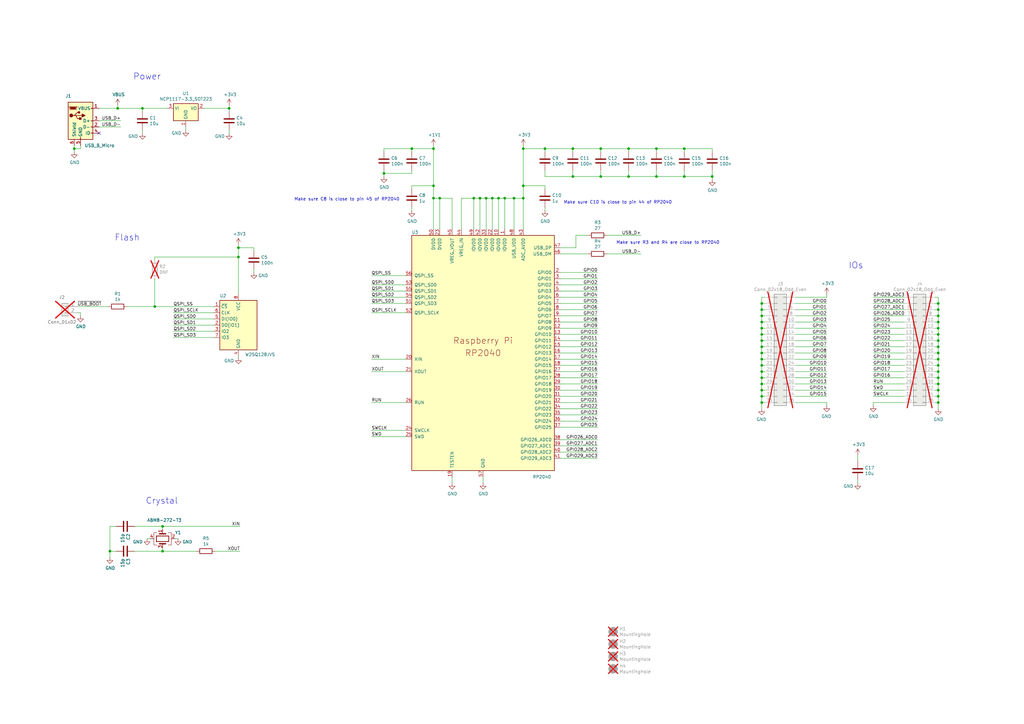
<source format=kicad_sch>
(kicad_sch (version 20231120) (generator "eeschema") (generator_version "8.0")
  (paper "A3")
  (title_block (title "RP2040 Minimal Design Example") (date "2024-01-16") (rev "REV2") (company "Raspberry Pi Ltd"))
  (lib_symbols
    (symbol "Connector:USB_B_Micro" (pin_names (offset 1.016))
      (property "Reference" "J" (at -5.08 11.43 0))
      (property "Value" "USB_B_Micro" (at -5.08 8.89 0))
      (symbol "USB_B_Micro_1_1"
        (pin power_out line (at 7.62 5.08 180) (length 2.54) (name "VBUS") (number "1"))
        (pin bidirectional line (at 7.62 -2.54 180) (length 2.54) (name "D-") (number "2"))
        (pin bidirectional line (at 7.62 0 180) (length 2.54) (name "D+") (number "3"))
        (pin passive line (at 7.62 -5.08 180) (length 2.54) (name "ID") (number "4"))
        (pin power_out line (at 0 -10.16 90) (length 2.54) (name "GND") (number "5"))
        (pin passive line (at -2.54 -10.16 90) (length 2.54) (name "Shield") (number "6"))
      )
    )
    (symbol "Connector_Generic:Conn_01x02" (pin_names (offset 1.016) hide)
      (property "Reference" "J" (at 0 2.54 0))
      (property "Value" "Conn_01x02" (at 0 -5.08 0))
      (symbol "Conn_01x02_1_1"
        (pin passive line (at -5.08 0 0) (length 3.81) (name "Pin_1") (number "1"))
        (pin passive line (at -5.08 -2.54 0) (length 3.81) (name "Pin_2") (number "2"))
      )
    )
    (symbol "Connector_Generic:Conn_02x18_Odd_Even" (pin_names (offset 1.016) hide)
      (property "Reference" "J" (at 1.27 22.86 0))
      (property "Value" "Conn_02x18_Odd_Even" (at 1.27 -25.4 0))
      (symbol "Conn_02x18_Odd_Even_1_1"
        (pin passive line (at -5.08 20.32 0) (length 3.81) (name "Pin_1") (number "1"))
        (pin passive line (at 7.62 10.16 180) (length 3.81) (name "Pin_10") (number "10"))
        (pin passive line (at -5.08 7.62 0) (length 3.81) (name "Pin_11") (number "11"))
        (pin passive line (at 7.62 7.62 180) (length 3.81) (name "Pin_12") (number "12"))
        (pin passive line (at -5.08 5.08 0) (length 3.81) (name "Pin_13") (number "13"))
        (pin passive line (at 7.62 5.08 180) (length 3.81) (name "Pin_14") (number "14"))
        (pin passive line (at -5.08 2.54 0) (length 3.81) (name "Pin_15") (number "15"))
        (pin passive line (at 7.62 2.54 180) (length 3.81) (name "Pin_16") (number "16"))
        (pin passive line (at -5.08 0 0) (length 3.81) (name "Pin_17") (number "17"))
        (pin passive line (at 7.62 0 180) (length 3.81) (name "Pin_18") (number "18"))
        (pin passive line (at -5.08 -2.54 0) (length 3.81) (name "Pin_19") (number "19"))
        (pin passive line (at 7.62 20.32 180) (length 3.81) (name "Pin_2") (number "2"))
        (pin passive line (at 7.62 -2.54 180) (length 3.81) (name "Pin_20") (number "20"))
        (pin passive line (at -5.08 -5.08 0) (length 3.81) (name "Pin_21") (number "21"))
        (pin passive line (at 7.62 -5.08 180) (length 3.81) (name "Pin_22") (number "22"))
        (pin passive line (at -5.08 -7.62 0) (length 3.81) (name "Pin_23") (number "23"))
        (pin passive line (at 7.62 -7.62 180) (length 3.81) (name "Pin_24") (number "24"))
        (pin passive line (at -5.08 -10.16 0) (length 3.81) (name "Pin_25") (number "25"))
        (pin passive line (at 7.62 -10.16 180) (length 3.81) (name "Pin_26") (number "26"))
        (pin passive line (at -5.08 -12.7 0) (length 3.81) (name "Pin_27") (number "27"))
        (pin passive line (at 7.62 -12.7 180) (length 3.81) (name "Pin_28") (number "28"))
        (pin passive line (at -5.08 -15.24 0) (length 3.81) (name "Pin_29") (number "29"))
        (pin passive line (at -5.08 17.78 0) (length 3.81) (name "Pin_3") (number "3"))
        (pin passive line (at 7.62 -15.24 180) (length 3.81) (name "Pin_30") (number "30"))
        (pin passive line (at -5.08 -17.78 0) (length 3.81) (name "Pin_31") (number "31"))
        (pin passive line (at 7.62 -17.78 180) (length 3.81) (name "Pin_32") (number "32"))
        (pin passive line (at -5.08 -20.32 0) (length 3.81) (name "Pin_33") (number "33"))
        (pin passive line (at 7.62 -20.32 180) (length 3.81) (name "Pin_34") (number "34"))
        (pin passive line (at -5.08 -22.86 0) (length 3.81) (name "Pin_35") (number "35"))
        (pin passive line (at 7.62 -22.86 180) (length 3.81) (name "Pin_36") (number "36"))
        (pin passive line (at 7.62 17.78 180) (length 3.81) (name "Pin_4") (number "4"))
        (pin passive line (at -5.08 15.24 0) (length 3.81) (name "Pin_5") (number "5"))
        (pin passive line (at 7.62 15.24 180) (length 3.81) (name "Pin_6") (number "6"))
        (pin passive line (at -5.08 12.7 0) (length 3.81) (name "Pin_7") (number "7"))
        (pin passive line (at 7.62 12.7 180) (length 3.81) (name "Pin_8") (number "8"))
        (pin passive line (at -5.08 10.16 0) (length 3.81) (name "Pin_9") (number "9"))
      )
    )
    (symbol "Device:C" (pin_numbers hide) (pin_names (offset 0.254))
      (property "Reference" "C" (at 0.635 2.54 0))
      (property "Value" "C" (at 0.635 -2.54 0))
      (symbol "C_1_1"
        (pin passive line (at 0 3.81 270) (length 2.794) (name "~") (number "1"))
        (pin passive line (at 0 -3.81 90) (length 2.794) (name "~") (number "2"))
      )
    )
    (symbol "Device:Crystal_GND24" (pin_names (offset 1.016) hide)
      (property "Reference" "Y" (at 3.175 5.08 0))
      (property "Value" "Crystal_GND24" (at 3.175 3.175 0))
      (symbol "Crystal_GND24_1_1"
        (pin passive line (at -3.81 0 0) (length 1.27) (name "1") (number "1"))
        (pin passive line (at 0 5.08 270) (length 1.27) (name "2") (number "2"))
        (pin passive line (at 3.81 0 180) (length 1.27) (name "3") (number "3"))
        (pin passive line (at 0 -5.08 90) (length 1.27) (name "4") (number "4"))
      )
    )
    (symbol "Device:R" (pin_numbers hide) (pin_names (offset 0))
      (property "Reference" "R" (at 2.032 0 90))
      (property "Value" "R" (at 0 0 90))
      (symbol "R_1_1"
        (pin passive line (at 0 3.81 270) (length 1.27) (name "~") (number "1"))
        (pin passive line (at 0 -3.81 90) (length 1.27) (name "~") (number "2"))
      )
    )
    (symbol "MCU_RaspberryPi_RP2040:RP2040" (pin_names (offset 1.016))
      (property "Reference" "U" (at -29.21 49.53 0))
      (property "Value" "RP2040" (at 24.13 -49.53 0))
      (symbol "RP2040_0_0"
        (text "Raspberry Pi" (at 0 5.08 0) (effects (font (size 2.54 2.54))))
        (text "RP2040" (at 0 0 0) (effects (font (size 2.54 2.54))))
      )
      (symbol "RP2040_1_1"
        (pin power_in line (at 8.89 50.8 270) (length 2.54) (name "IOVDD") (number "1"))
        (pin power_in line (at 6.35 50.8 270) (length 2.54) (name "IOVDD") (number "10"))
        (pin bidirectional line (at 31.75 12.7 180) (length 2.54) (name "GPIO8") (number "11"))
        (pin bidirectional line (at 31.75 10.16 180) (length 2.54) (name "GPIO9") (number "12"))
        (pin bidirectional line (at 31.75 7.62 180) (length 2.54) (name "GPIO10") (number "13"))
        (pin bidirectional line (at 31.75 5.08 180) (length 2.54) (name "GPIO11") (number "14"))
        (pin bidirectional line (at 31.75 2.54 180) (length 2.54) (name "GPIO12") (number "15"))
        (pin bidirectional line (at 31.75 0 180) (length 2.54) (name "GPIO13") (number "16"))
        (pin bidirectional line (at 31.75 -2.54 180) (length 2.54) (name "GPIO14") (number "17"))
        (pin bidirectional line (at 31.75 -5.08 180) (length 2.54) (name "GPIO15") (number "18"))
        (pin passive line (at -12.7 -50.8 90) (length 2.54) (name "TESTEN") (number "19"))
        (pin bidirectional line (at 31.75 33.02 180) (length 2.54) (name "GPIO0") (number "2"))
        (pin input line (at -31.75 -2.54 0) (length 2.54) (name "XIN") (number "20"))
        (pin passive line (at -31.75 -7.62 0) (length 2.54) (name "XOUT") (number "21"))
        (pin power_in line (at 3.81 50.8 270) (length 2.54) (name "IOVDD") (number "22"))
        (pin power_in line (at -17.78 50.8 270) (length 2.54) (name "DVDD") (number "23"))
        (pin output line (at -31.75 -31.75 0) (length 2.54) (name "SWCLK") (number "24"))
        (pin bidirectional line (at -31.75 -34.29 0) (length 2.54) (name "SWD") (number "25"))
        (pin input line (at -31.75 -20.32 0) (length 2.54) (name "RUN") (number "26"))
        (pin bidirectional line (at 31.75 -7.62 180) (length 2.54) (name "GPIO16") (number "27"))
        (pin bidirectional line (at 31.75 -10.16 180) (length 2.54) (name "GPIO17") (number "28"))
        (pin bidirectional line (at 31.75 -12.7 180) (length 2.54) (name "GPIO18") (number "29"))
        (pin bidirectional line (at 31.75 30.48 180) (length 2.54) (name "GPIO1") (number "3"))
        (pin bidirectional line (at 31.75 -15.24 180) (length 2.54) (name "GPIO19") (number "30"))
        (pin bidirectional line (at 31.75 -17.78 180) (length 2.54) (name "GPIO20") (number "31"))
        (pin bidirectional line (at 31.75 -20.32 180) (length 2.54) (name "GPIO21") (number "32"))
        (pin power_in line (at 1.27 50.8 270) (length 2.54) (name "IOVDD") (number "33"))
        (pin bidirectional line (at 31.75 -22.86 180) (length 2.54) (name "GPIO22") (number "34"))
        (pin bidirectional line (at 31.75 -25.4 180) (length 2.54) (name "GPIO23") (number "35"))
        (pin bidirectional line (at 31.75 -27.94 180) (length 2.54) (name "GPIO24") (number "36"))
        (pin bidirectional line (at 31.75 -30.48 180) (length 2.54) (name "GPIO25") (number "37"))
        (pin bidirectional line (at 31.75 -35.56 180) (length 2.54) (name "GPIO26_ADC0") (number "38"))
        (pin bidirectional line (at 31.75 -38.1 180) (length 2.54) (name "GPIO27_ADC1") (number "39"))
        (pin bidirectional line (at 31.75 27.94 180) (length 2.54) (name "GPIO2") (number "4"))
        (pin bidirectional line (at 31.75 -40.64 180) (length 2.54) (name "GPIO28_ADC2") (number "40"))
        (pin bidirectional line (at 31.75 -43.18 180) (length 2.54) (name "GPIO29_ADC3") (number "41"))
        (pin power_in line (at -1.27 50.8 270) (length 2.54) (name "IOVDD") (number "42"))
        (pin power_in line (at 16.51 50.8 270) (length 2.54) (name "ADC_AVDD") (number "43"))
        (pin power_in line (at -8.89 50.8 270) (length 2.54) (name "VREG_IN") (number "44"))
        (pin power_out line (at -12.7 50.8 270) (length 2.54) (name "VREG_VOUT") (number "45"))
        (pin bidirectional line (at 31.75 40.64 180) (length 2.54) (name "USB_DM") (number "46"))
        (pin bidirectional line (at 31.75 43.18 180) (length 2.54) (name "USB_DP") (number "47"))
        (pin power_in line (at 12.7 50.8 270) (length 2.54) (name "USB_VDD") (number "48"))
        (pin power_in line (at -3.81 50.8 270) (length 2.54) (name "IOVDD") (number "49"))
        (pin bidirectional line (at 31.75 25.4 180) (length 2.54) (name "GPIO3") (number "5"))
        (pin power_in line (at -20.32 50.8 270) (length 2.54) (name "DVDD") (number "50"))
        (pin bidirectional line (at -31.75 20.32 0) (length 2.54) (name "QSPI_SD3") (number "51"))
        (pin output line (at -31.75 16.51 0) (length 2.54) (name "QSPI_SCLK") (number "52"))
        (pin bidirectional line (at -31.75 27.94 0) (length 2.54) (name "QSPI_SD0") (number "53"))
        (pin bidirectional line (at -31.75 22.86 0) (length 2.54) (name "QSPI_SD2") (number "54"))
        (pin bidirectional line (at -31.75 25.4 0) (length 2.54) (name "QSPI_SD1") (number "55"))
        (pin bidirectional line (at -31.75 31.75 0) (length 2.54) (name "QSPI_SS") (number "56"))
        (pin power_in line (at 0 -50.8 90) (length 2.54) (name "GND") (number "57"))
        (pin bidirectional line (at 31.75 22.86 180) (length 2.54) (name "GPIO4") (number "6"))
        (pin bidirectional line (at 31.75 20.32 180) (length 2.54) (name "GPIO5") (number "7"))
        (pin bidirectional line (at 31.75 17.78 180) (length 2.54) (name "GPIO6") (number "8"))
        (pin bidirectional line (at 31.75 15.24 180) (length 2.54) (name "GPIO7") (number "9"))
      )
    )
    (symbol "Mechanical:MountingHole" (pin_names (offset 1.016))
      (property "Reference" "H" (at 0 5.08 0))
      (property "Value" "MountingHole" (at 0 3.175 0))
    )
    (symbol "Memory_Flash:W25Q128JVS"
      (property "Reference" "U" (at -8.89 8.89 0))
      (property "Value" "W25Q128JVS" (at 7.62 8.89 0))
      (symbol "W25Q128JVS_1_1"
        (pin input line (at -10.16 7.62 0) (length 2.54) (name "~{CS}") (number "1"))
        (pin bidirectional line (at -10.16 0 0) (length 2.54) (name "DO(IO1)") (number "2"))
        (pin bidirectional line (at -10.16 -2.54 0) (length 2.54) (name "IO2") (number "3"))
        (pin power_in line (at 0 -12.7 90) (length 2.54) (name "GND") (number "4"))
        (pin bidirectional line (at -10.16 2.54 0) (length 2.54) (name "DI(IO0)") (number "5"))
        (pin input line (at -10.16 5.08 0) (length 2.54) (name "CLK") (number "6"))
        (pin bidirectional line (at -10.16 -5.08 0) (length 2.54) (name "IO3") (number "7"))
        (pin power_in line (at 0 12.7 270) (length 2.54) (name "VCC") (number "8"))
      )
    )
    (symbol "Regulator_Linear:NCP1117-3.3_SOT223"
      (property "Reference" "U" (at -3.81 3.175 0))
      (property "Value" "NCP1117-3.3_SOT223" (at 0 3.175 0))
      (symbol "NCP1117-3.3_SOT223_1_1"
        (pin power_in line (at 0 -7.62 90) (length 2.54) (name "GND") (number "1"))
        (pin power_out line (at 7.62 0 180) (length 2.54) (name "VO") (number "2"))
        (pin power_in line (at -7.62 0 0) (length 2.54) (name "VI") (number "3"))
      )
    )
    (symbol "power:+1V1" (power) (pin_names (offset 0))
      (property "Value" "+1V1" (at 0 3.556 0))
      (symbol "+1V1_1_1"
        (pin power_in line (at 0 0 90) (length 0) hide (name "+1V1") (number "1"))
      )
    )
    (symbol "power:+3V3" (power) (pin_names (offset 0))
      (property "Value" "+3V3" (at 0 3.556 0))
      (symbol "+3V3_1_1"
        (pin power_in line (at 0 0 90) (length 0) hide (name "+3V3") (number "1"))
      )
    )
    (symbol "power:GND" (power) (pin_names (offset 0))
      (property "Value" "GND" (at 0 -3.81 0))
      (symbol "GND_1_1"
        (pin power_in line (at 0 0 270) (length 0) hide (name "GND") (number "1"))
      )
    )
    (symbol "power:VBUS" (power) (pin_names (offset 0))
      (property "Value" "VBUS" (at 0 3.81 0))
      (symbol "VBUS_1_1"
        (pin power_in line (at 0 0 90) (length 0) hide (name "VBUS") (number "1"))
      )
    )
  )
  (junction (at 201.93 81.28))
  (junction (at 384.81 129.54))
  (junction (at 199.39 81.28))
  (junction (at 312.42 132.08))
  (junction (at 384.81 165.1))
  (junction (at 384.81 132.08))
  (junction (at 97.79 105.41))
  (junction (at 177.8 76.2))
  (junction (at 214.63 76.2))
  (junction (at 168.91 60.96))
  (junction (at 384.81 147.32))
  (junction (at 45.085 226.06))
  (junction (at 223.52 60.96))
  (junction (at 312.42 147.32))
  (junction (at 312.42 124.46))
  (junction (at 246.38 72.39))
  (junction (at 384.81 157.48))
  (junction (at 312.42 162.56))
  (junction (at 257.81 60.96))
  (junction (at 66.675 215.9))
  (junction (at 246.38 60.96))
  (junction (at 177.8 81.28))
  (junction (at 180.34 81.28))
  (junction (at 204.47 81.28))
  (junction (at 384.81 137.16))
  (junction (at 157.48 71.12))
  (junction (at 93.98 44.45))
  (junction (at 384.81 142.24))
  (junction (at 280.67 60.96))
  (junction (at 312.42 157.48))
  (junction (at 384.81 154.94))
  (junction (at 312.42 127))
  (junction (at 292.1 72.39))
  (junction (at 66.675 226.06))
  (junction (at 384.81 127))
  (junction (at 312.42 134.62))
  (junction (at 48.26 44.45))
  (junction (at 257.81 72.39))
  (junction (at 384.81 162.56))
  (junction (at 97.79 101.6))
  (junction (at 312.42 144.78))
  (junction (at 312.42 139.7))
  (junction (at 30.48 60.96))
  (junction (at 177.8 60.96))
  (junction (at 384.81 134.62))
  (junction (at 234.95 72.39))
  (junction (at 269.24 72.39))
  (junction (at 312.42 142.24))
  (junction (at 384.81 149.86))
  (junction (at 312.42 160.02))
  (junction (at 58.42 44.45))
  (junction (at 384.81 139.7))
  (junction (at 384.81 124.46))
  (junction (at 312.42 154.94))
  (junction (at 207.01 81.28))
  (junction (at 214.63 81.28))
  (junction (at 312.42 137.16))
  (junction (at 63.5 125.73))
  (junction (at 312.42 165.1))
  (junction (at 312.42 152.4))
  (junction (at 312.42 149.86))
  (junction (at 384.81 152.4))
  (junction (at 384.81 144.78))
  (junction (at 196.85 81.28))
  (junction (at 214.63 60.96))
  (junction (at 384.81 160.02))
  (junction (at 194.31 81.28))
  (junction (at 269.24 60.96))
  (junction (at 280.67 72.39))
  (junction (at 312.42 129.54))
  (junction (at 210.82 81.28))
  (junction (at 234.95 60.96))
  (no_connect (at 40.64 54.61))
  (wire (pts (xy 177.8 81.28) (xy 177.8 93.98)))
  (wire (pts (xy 229.87 137.16) (xy 245.11 137.16)))
  (wire (pts (xy 157.48 71.12) (xy 168.91 71.12)))
  (wire (pts (xy 236.22 96.52) (xy 236.22 101.6)))
  (wire (pts (xy 384.81 147.32) (xy 384.81 149.86)))
  (wire (pts (xy 48.26 44.45) (xy 58.42 44.45)))
  (wire (pts (xy 370.84 134.62) (xy 358.14 134.62)))
  (wire (pts (xy 246.38 60.96) (xy 257.81 60.96)))
  (wire (pts (xy 207.01 81.28) (xy 210.82 81.28)))
  (wire (pts (xy 339.09 142.24) (xy 326.39 142.24)))
  (wire (pts (xy 312.42 154.94) (xy 312.42 157.48)))
  (wire (pts (xy 351.79 196.85) (xy 351.79 198.12)))
  (wire (pts (xy 87.63 138.43) (xy 71.12 138.43)))
  (wire (pts (xy 246.38 62.23) (xy 246.38 60.96)))
  (wire (pts (xy 177.8 59.69) (xy 177.8 60.96)))
  (wire (pts (xy 229.87 149.86) (xy 245.11 149.86)))
  (wire (pts (xy 384.81 132.08) (xy 384.81 134.62)))
  (wire (pts (xy 370.84 142.24) (xy 358.14 142.24)))
  (wire (pts (xy 97.79 101.6) (xy 97.79 105.41)))
  (wire (pts (xy 58.42 53.34) (xy 58.42 54.61)))
  (wire (pts (xy 229.87 175.26) (xy 245.11 175.26)))
  (wire (pts (xy 194.31 81.28) (xy 196.85 81.28)))
  (wire (pts (xy 229.87 170.18) (xy 245.11 170.18)))
  (wire (pts (xy 48.26 43.18) (xy 48.26 44.45)))
  (wire (pts (xy 229.87 104.14) (xy 241.3 104.14)))
  (wire (pts (xy 339.09 166.37) (xy 339.09 165.1)))
  (wire (pts (xy 229.87 111.76) (xy 245.11 111.76)))
  (wire (pts (xy 71.12 128.27) (xy 87.63 128.27)))
  (wire (pts (xy 97.79 100.33) (xy 97.79 101.6)))
  (wire (pts (xy 248.92 96.52) (xy 262.89 96.52)))
  (wire (pts (xy 313.69 165.1) (xy 312.42 165.1)))
  (wire (pts (xy 185.42 93.98) (xy 185.42 81.28)))
  (wire (pts (xy 384.81 154.94) (xy 384.81 157.48)))
  (wire (pts (xy 313.69 121.92) (xy 312.42 121.92)))
  (wire (pts (xy 339.09 165.1) (xy 326.39 165.1)))
  (wire (pts (xy 384.81 124.46) (xy 384.81 127)))
  (wire (pts (xy 246.38 69.85) (xy 246.38 72.39)))
  (wire (pts (xy 229.87 116.84) (xy 245.11 116.84)))
  (wire (pts (xy 58.42 45.72) (xy 58.42 44.45)))
  (wire (pts (xy 177.8 76.2) (xy 177.8 81.28)))
  (wire (pts (xy 384.81 129.54) (xy 384.81 132.08)))
  (wire (pts (xy 60.325 220.98) (xy 61.595 220.98)))
  (wire (pts (xy 189.23 81.28) (xy 194.31 81.28)))
  (wire (pts (xy 157.48 60.96) (xy 168.91 60.96)))
  (wire (pts (xy 339.09 139.7) (xy 326.39 139.7)))
  (wire (pts (xy 229.87 185.42) (xy 245.11 185.42)))
  (wire (pts (xy 63.5 114.3) (xy 63.5 125.73)))
  (wire (pts (xy 384.81 160.02) (xy 384.81 162.56)))
  (wire (pts (xy 312.42 157.48) (xy 312.42 160.02)))
  (wire (pts (xy 157.48 69.85) (xy 157.48 71.12)))
  (wire (pts (xy 312.42 129.54) (xy 312.42 132.08)))
  (wire (pts (xy 313.69 147.32) (xy 312.42 147.32)))
  (wire (pts (xy 71.755 220.98) (xy 73.025 220.98)))
  (wire (pts (xy 313.69 144.78) (xy 312.42 144.78)))
  (wire (pts (xy 152.4 124.46) (xy 166.37 124.46)))
  (wire (pts (xy 339.09 160.02) (xy 326.39 160.02)))
  (wire (pts (xy 383.54 129.54) (xy 384.81 129.54)))
  (wire (pts (xy 55.245 215.9) (xy 66.675 215.9)))
  (wire (pts (xy 339.09 152.4) (xy 326.39 152.4)))
  (wire (pts (xy 383.54 127) (xy 384.81 127)))
  (wire (pts (xy 93.98 45.72) (xy 93.98 44.45)))
  (wire (pts (xy 214.63 81.28) (xy 214.63 93.98)))
  (wire (pts (xy 168.91 60.96) (xy 177.8 60.96)))
  (wire (pts (xy 44.45 125.73) (xy 31.75 125.73)))
  (wire (pts (xy 370.84 129.54) (xy 358.14 129.54)))
  (wire (pts (xy 214.63 76.2) (xy 223.52 76.2)))
  (wire (pts (xy 97.79 146.685) (xy 97.79 146.05)))
  (wire (pts (xy 199.39 93.98) (xy 199.39 81.28)))
  (wire (pts (xy 40.64 49.53) (xy 49.53 49.53)))
  (wire (pts (xy 339.09 149.86) (xy 326.39 149.86)))
  (wire (pts (xy 177.8 60.96) (xy 177.8 76.2)))
  (wire (pts (xy 210.82 81.28) (xy 214.63 81.28)))
  (wire (pts (xy 152.4 119.38) (xy 166.37 119.38)))
  (wire (pts (xy 166.37 165.1) (xy 152.4 165.1)))
  (wire (pts (xy 269.24 62.23) (xy 269.24 60.96)))
  (wire (pts (xy 370.84 124.46) (xy 358.14 124.46)))
  (wire (pts (xy 196.85 81.28) (xy 199.39 81.28)))
  (wire (pts (xy 87.63 133.35) (xy 71.12 133.35)))
  (wire (pts (xy 339.09 132.08) (xy 326.39 132.08)))
  (wire (pts (xy 384.81 142.24) (xy 384.81 144.78)))
  (wire (pts (xy 339.09 127) (xy 326.39 127)))
  (wire (pts (xy 383.54 162.56) (xy 384.81 162.56)))
  (wire (pts (xy 223.52 62.23) (xy 223.52 60.96)))
  (wire (pts (xy 313.69 132.08) (xy 312.42 132.08)))
  (wire (pts (xy 312.42 134.62) (xy 312.42 137.16)))
  (wire (pts (xy 214.63 60.96) (xy 223.52 60.96)))
  (wire (pts (xy 104.14 101.6) (xy 97.79 101.6)))
  (wire (pts (xy 207.01 81.28) (xy 207.01 93.98)))
  (wire (pts (xy 196.85 93.98) (xy 196.85 81.28)))
  (wire (pts (xy 383.54 147.32) (xy 384.81 147.32)))
  (wire (pts (xy 33.02 59.69) (xy 33.02 60.96)))
  (wire (pts (xy 66.675 224.79) (xy 66.675 226.06)))
  (wire (pts (xy 45.085 226.06) (xy 45.085 228.6)))
  (wire (pts (xy 229.87 101.6) (xy 236.22 101.6)))
  (wire (pts (xy 384.81 144.78) (xy 384.81 147.32)))
  (wire (pts (xy 383.54 134.62) (xy 384.81 134.62)))
  (wire (pts (xy 214.63 60.96) (xy 214.63 76.2)))
  (wire (pts (xy 383.54 139.7) (xy 384.81 139.7)))
  (wire (pts (xy 76.2 52.07) (xy 76.2 53.34)))
  (wire (pts (xy 166.37 152.4) (xy 152.4 152.4)))
  (wire (pts (xy 166.37 113.03) (xy 152.4 113.03)))
  (wire (pts (xy 312.42 152.4) (xy 312.42 154.94)))
  (wire (pts (xy 269.24 60.96) (xy 280.67 60.96)))
  (wire (pts (xy 292.1 69.85) (xy 292.1 72.39)))
  (wire (pts (xy 88.265 226.06) (xy 98.425 226.06)))
  (wire (pts (xy 83.82 44.45) (xy 93.98 44.45)))
  (wire (pts (xy 229.87 147.32) (xy 245.11 147.32)))
  (wire (pts (xy 313.69 127) (xy 312.42 127)))
  (wire (pts (xy 370.84 152.4) (xy 358.14 152.4)))
  (wire (pts (xy 229.87 127) (xy 245.11 127)))
  (wire (pts (xy 168.91 71.12) (xy 168.91 69.85)))
  (wire (pts (xy 313.69 157.48) (xy 312.42 157.48)))
  (wire (pts (xy 234.95 62.23) (xy 234.95 60.96)))
  (wire (pts (xy 234.95 72.39) (xy 223.52 72.39)))
  (wire (pts (xy 229.87 180.34) (xy 245.11 180.34)))
  (wire (pts (xy 214.63 76.2) (xy 214.63 81.28)))
  (wire (pts (xy 384.81 152.4) (xy 384.81 154.94)))
  (wire (pts (xy 214.63 59.69) (xy 214.63 60.96)))
  (wire (pts (xy 384.81 127) (xy 384.81 129.54)))
  (wire (pts (xy 229.87 129.54) (xy 245.11 129.54)))
  (wire (pts (xy 168.91 77.47) (xy 168.91 76.2)))
  (wire (pts (xy 87.63 135.89) (xy 71.12 135.89)))
  (wire (pts (xy 31.75 128.27) (xy 33.02 128.27)))
  (wire (pts (xy 234.95 60.96) (xy 246.38 60.96)))
  (wire (pts (xy 312.42 121.92) (xy 312.42 124.46)))
  (wire (pts (xy 370.84 149.86) (xy 358.14 149.86)))
  (wire (pts (xy 52.07 125.73) (xy 63.5 125.73)))
  (wire (pts (xy 313.69 139.7) (xy 312.42 139.7)))
  (wire (pts (xy 312.42 165.1) (xy 312.42 167.64)))
  (wire (pts (xy 383.54 165.1) (xy 384.81 165.1)))
  (wire (pts (xy 30.48 59.69) (xy 30.48 60.96)))
  (wire (pts (xy 312.42 162.56) (xy 312.42 165.1)))
  (wire (pts (xy 229.87 187.96) (xy 245.11 187.96)))
  (wire (pts (xy 383.54 121.92) (xy 384.81 121.92)))
  (wire (pts (xy 358.14 165.1) (xy 370.84 165.1)))
  (wire (pts (xy 312.42 139.7) (xy 312.42 142.24)))
  (wire (pts (xy 312.42 124.46) (xy 312.42 127)))
  (wire (pts (xy 312.42 144.78) (xy 312.42 147.32)))
  (wire (pts (xy 234.95 69.85) (xy 234.95 72.39)))
  (wire (pts (xy 312.42 160.02) (xy 312.42 162.56)))
  (wire (pts (xy 180.34 93.98) (xy 180.34 81.28)))
  (wire (pts (xy 384.81 139.7) (xy 384.81 142.24)))
  (wire (pts (xy 280.67 72.39) (xy 292.1 72.39)))
  (wire (pts (xy 312.42 137.16) (xy 312.42 139.7)))
  (wire (pts (xy 33.02 60.96) (xy 30.48 60.96)))
  (wire (pts (xy 370.84 157.48) (xy 358.14 157.48)))
  (wire (pts (xy 339.09 137.16) (xy 326.39 137.16)))
  (wire (pts (xy 68.58 44.45) (xy 58.42 44.45)))
  (wire (pts (xy 269.24 69.85) (xy 269.24 72.39)))
  (wire (pts (xy 383.54 154.94) (xy 384.81 154.94)))
  (wire (pts (xy 383.54 152.4) (xy 384.81 152.4)))
  (wire (pts (xy 223.52 60.96) (xy 234.95 60.96)))
  (wire (pts (xy 223.52 85.09) (xy 223.52 86.36)))
  (wire (pts (xy 383.54 157.48) (xy 384.81 157.48)))
  (wire (pts (xy 229.87 132.08) (xy 245.11 132.08)))
  (wire (pts (xy 313.69 152.4) (xy 312.42 152.4)))
  (wire (pts (xy 204.47 93.98) (xy 204.47 81.28)))
  (wire (pts (xy 313.69 160.02) (xy 312.42 160.02)))
  (wire (pts (xy 55.245 226.06) (xy 66.675 226.06)))
  (wire (pts (xy 313.69 129.54) (xy 312.42 129.54)))
  (wire (pts (xy 47.625 226.06) (xy 45.085 226.06)))
  (wire (pts (xy 339.09 162.56) (xy 326.39 162.56)))
  (wire (pts (xy 66.675 226.06) (xy 80.645 226.06)))
  (wire (pts (xy 313.69 162.56) (xy 312.42 162.56)))
  (wire (pts (xy 229.87 119.38) (xy 245.11 119.38)))
  (wire (pts (xy 292.1 62.23) (xy 292.1 60.96)))
  (wire (pts (xy 166.37 179.07) (xy 152.4 179.07)))
  (wire (pts (xy 199.39 81.28) (xy 201.93 81.28)))
  (wire (pts (xy 312.42 142.24) (xy 312.42 144.78)))
  (wire (pts (xy 292.1 72.39) (xy 292.1 73.66)))
  (wire (pts (xy 383.54 137.16) (xy 384.81 137.16)))
  (wire (pts (xy 351.79 186.69) (xy 351.79 189.23)))
  (wire (pts (xy 229.87 157.48) (xy 245.11 157.48)))
  (wire (pts (xy 313.69 142.24) (xy 312.42 142.24)))
  (wire (pts (xy 384.81 121.92) (xy 384.81 124.46)))
  (wire (pts (xy 166.37 128.27) (xy 152.4 128.27)))
  (wire (pts (xy 313.69 149.86) (xy 312.42 149.86)))
  (wire (pts (xy 198.12 195.58) (xy 198.12 198.12)))
  (wire (pts (xy 339.09 121.92) (xy 339.09 120.65)))
  (wire (pts (xy 168.91 76.2) (xy 177.8 76.2)))
  (wire (pts (xy 229.87 154.94) (xy 245.11 154.94)))
  (wire (pts (xy 87.63 130.81) (xy 71.12 130.81)))
  (wire (pts (xy 246.38 72.39) (xy 234.95 72.39)))
  (wire (pts (xy 370.84 132.08) (xy 358.14 132.08)))
  (wire (pts (xy 223.52 69.85) (xy 223.52 72.39)))
  (wire (pts (xy 370.84 137.16) (xy 358.14 137.16)))
  (wire (pts (xy 339.09 144.78) (xy 326.39 144.78)))
  (wire (pts (xy 384.81 157.48) (xy 384.81 160.02)))
  (wire (pts (xy 370.84 160.02) (xy 358.14 160.02)))
  (wire (pts (xy 339.09 129.54) (xy 326.39 129.54)))
  (wire (pts (xy 185.42 195.58) (xy 185.42 198.12)))
  (wire (pts (xy 229.87 160.02) (xy 245.11 160.02)))
  (wire (pts (xy 47.625 215.9) (xy 45.085 215.9)))
  (wire (pts (xy 229.87 139.7) (xy 245.11 139.7)))
  (wire (pts (xy 370.84 162.56) (xy 358.14 162.56)))
  (wire (pts (xy 229.87 165.1) (xy 245.11 165.1)))
  (wire (pts (xy 313.69 134.62) (xy 312.42 134.62)))
  (wire (pts (xy 180.34 81.28) (xy 177.8 81.28)))
  (wire (pts (xy 248.92 104.14) (xy 262.89 104.14)))
  (wire (pts (xy 383.54 144.78) (xy 384.81 144.78)))
  (wire (pts (xy 383.54 132.08) (xy 384.81 132.08)))
  (wire (pts (xy 229.87 144.78) (xy 245.11 144.78)))
  (wire (pts (xy 280.67 72.39) (xy 269.24 72.39)))
  (wire (pts (xy 45.085 215.9) (xy 45.085 226.06)))
  (wire (pts (xy 312.42 147.32) (xy 312.42 149.86)))
  (wire (pts (xy 312.42 132.08) (xy 312.42 134.62)))
  (wire (pts (xy 312.42 127) (xy 312.42 129.54)))
  (wire (pts (xy 66.675 217.17) (xy 66.675 215.9)))
  (wire (pts (xy 152.4 116.84) (xy 166.37 116.84)))
  (wire (pts (xy 358.14 166.37) (xy 358.14 165.1)))
  (wire (pts (xy 201.93 81.28) (xy 204.47 81.28)))
  (wire (pts (xy 229.87 134.62) (xy 245.11 134.62)))
  (wire (pts (xy 383.54 142.24) (xy 384.81 142.24)))
  (wire (pts (xy 229.87 152.4) (xy 245.11 152.4)))
  (wire (pts (xy 339.09 147.32) (xy 326.39 147.32)))
  (wire (pts (xy 157.48 62.23) (xy 157.48 60.96)))
  (wire (pts (xy 384.81 137.16) (xy 384.81 139.7)))
  (wire (pts (xy 236.22 96.52) (xy 241.3 96.52)))
  (wire (pts (xy 104.14 110.49) (xy 104.14 111.76)))
  (wire (pts (xy 157.48 71.12) (xy 157.48 72.39)))
  (wire (pts (xy 280.67 69.85) (xy 280.67 72.39)))
  (wire (pts (xy 152.4 147.32) (xy 166.37 147.32)))
  (wire (pts (xy 229.87 142.24) (xy 245.11 142.24)))
  (wire (pts (xy 339.09 157.48) (xy 326.39 157.48)))
  (wire (pts (xy 257.81 60.96) (xy 269.24 60.96)))
  (wire (pts (xy 383.54 124.46) (xy 384.81 124.46)))
  (wire (pts (xy 313.69 154.94) (xy 312.42 154.94)))
  (wire (pts (xy 370.84 121.92) (xy 358.14 121.92)))
  (wire (pts (xy 339.09 124.46) (xy 326.39 124.46)))
  (wire (pts (xy 223.52 77.47) (xy 223.52 76.2)))
  (wire (pts (xy 370.84 139.7) (xy 358.14 139.7)))
  (wire (pts (xy 339.09 134.62) (xy 326.39 134.62)))
  (wire (pts (xy 152.4 121.92) (xy 166.37 121.92)))
  (wire (pts (xy 384.81 149.86) (xy 384.81 152.4)))
  (wire (pts (xy 229.87 124.46) (xy 245.11 124.46)))
  (wire (pts (xy 312.42 149.86) (xy 312.42 152.4)))
  (wire (pts (xy 229.87 167.64) (xy 245.11 167.64)))
  (wire (pts (xy 229.87 114.3) (xy 245.11 114.3)))
  (wire (pts (xy 257.81 72.39) (xy 246.38 72.39)))
  (wire (pts (xy 313.69 137.16) (xy 312.42 137.16)))
  (wire (pts (xy 104.14 102.87) (xy 104.14 101.6)))
  (wire (pts (xy 269.24 72.39) (xy 257.81 72.39)))
  (wire (pts (xy 370.84 147.32) (xy 358.14 147.32)))
  (wire (pts (xy 204.47 81.28) (xy 207.01 81.28)))
  (wire (pts (xy 63.5 125.73) (xy 87.63 125.73)))
  (wire (pts (xy 194.31 93.98) (xy 194.31 81.28)))
  (wire (pts (xy 40.64 44.45) (xy 48.26 44.45)))
  (wire (pts (xy 370.84 127) (xy 358.14 127)))
  (wire (pts (xy 313.69 124.46) (xy 312.42 124.46)))
  (wire (pts (xy 384.81 134.62) (xy 384.81 137.16)))
  (wire (pts (xy 201.93 93.98) (xy 201.93 81.28)))
  (wire (pts (xy 168.91 62.23) (xy 168.91 60.96)))
  (wire (pts (xy 185.42 81.28) (xy 180.34 81.28)))
  (wire (pts (xy 370.84 154.94) (xy 358.14 154.94)))
  (wire (pts (xy 280.67 60.96) (xy 292.1 60.96)))
  (wire (pts (xy 280.67 62.23) (xy 280.67 60.96)))
  (wire (pts (xy 257.81 69.85) (xy 257.81 72.39)))
  (wire (pts (xy 229.87 162.56) (xy 245.11 162.56)))
  (wire (pts (xy 383.54 160.02) (xy 384.81 160.02)))
  (wire (pts (xy 229.87 172.72) (xy 245.11 172.72)))
  (wire (pts (xy 210.82 93.98) (xy 210.82 81.28)))
  (wire (pts (xy 257.81 62.23) (xy 257.81 60.96)))
  (wire (pts (xy 166.37 176.53) (xy 152.4 176.53)))
  (wire (pts (xy 370.84 144.78) (xy 358.14 144.78)))
  (wire (pts (xy 189.23 93.98) (xy 189.23 81.28)))
  (wire (pts (xy 384.81 165.1) (xy 384.81 167.64)))
  (wire (pts (xy 168.91 85.09) (xy 168.91 86.36)))
  (wire (pts (xy 93.98 53.34) (xy 93.98 54.61)))
  (wire (pts (xy 339.09 154.94) (xy 326.39 154.94)))
  (wire (pts (xy 339.09 121.92) (xy 326.39 121.92)))
  (wire (pts (xy 30.48 60.96) (xy 30.48 62.23)))
  (wire (pts (xy 384.81 162.56) (xy 384.81 165.1)))
  (wire (pts (xy 63.5 106.68) (xy 63.5 105.41)))
  (wire (pts (xy 63.5 105.41) (xy 97.79 105.41)))
  (wire (pts (xy 93.98 44.45) (xy 93.98 43.18)))
  (wire (pts (xy 229.87 182.88) (xy 245.11 182.88)))
  (wire (pts (xy 229.87 121.92) (xy 245.11 121.92)))
  (wire (pts (xy 40.64 52.07) (xy 49.53 52.07)))
  (wire (pts (xy 33.02 128.27) (xy 33.02 129.54)))
  (wire (pts (xy 383.54 149.86) (xy 384.81 149.86)))
  (wire (pts (xy 97.79 105.41) (xy 97.79 120.65)))
  (wire (pts (xy 66.675 215.9) (xy 98.425 215.9)))
  (text "IOs" (at 347.98 110.49 0) (effects (font (size 2.54 2.54)) (justify left bottom)))
  (text "Power" (at 54.61 33.02 0) (effects (font (size 2.54 2.54)) (justify left bottom)))
  (text "Crystal" (at 59.69 207.01 0) (effects (font (size 2.54 2.54)) (justify left bottom)))
  (text "Make sure C8 is close to pin 45 of RP2040" (at 120.65 82.55 0) (effects (font (size 1.27 1.27)) (justify left bottom)))
  (text "Make sure C10 is close to pin 44 of RP2040" (at 231.14 83.82 0) (effects (font (size 1.27 1.27)) (justify left bottom)))
  (text "Make sure R3 and R4 are close to RP2040" (at 252.73 100.33 0) (effects (font (size 1.27 1.27)) (justify left bottom)))
  (text "Flash" (at 46.99 99.06 0) (effects (font (size 2.54 2.54)) (justify left bottom)))
  (label "XOUT" (at 98.425 226.06 180))
  (label "GPIO24" (at 358.14 134.62 0))
  (label "GPIO3" (at 339.09 132.08 180))
  (label "USB_D-" (at 49.53 52.07 180))
  (label "QSPI_SS" (at 71.12 125.73 0))
  (label "QSPI_SD3" (at 71.12 138.43 0))
  (label "GPIO7" (at 339.09 142.24 180))
  (label "QSPI_SD2" (at 152.4 121.92 0))
  (label "USB_D-" (at 262.89 104.14 180))
  (label "GPIO4" (at 245.11 121.92 180))
  (label "GPIO21" (at 358.14 142.24 0))
  (label "RUN" (at 152.4 165.1 0))
  (label "XOUT" (at 152.4 152.4 0))
  (label "GPIO10" (at 339.09 149.86 180))
  (label "GPIO29_ADC3" (at 245.11 187.96 180))
  (label "QSPI_SD1" (at 152.4 119.38 0))
  (label "GPIO13" (at 245.11 144.78 180))
  (label "GPIO6" (at 245.11 127 180))
  (label "USB_D+" (at 262.89 96.52 180))
  (label "GPIO29_ADC3" (at 358.14 121.92 0))
  (label "GPIO28_ADC2" (at 358.14 124.46 0))
  (label "SWD" (at 152.4 179.07 0))
  (label "GPIO20" (at 245.11 162.56 180))
  (label "QSPI_SD1" (at 71.12 133.35 0))
  (label "QSPI_SD3" (at 152.4 124.46 0))
  (label "GPIO6" (at 339.09 139.7 180))
  (label "SWD" (at 358.14 160.02 0))
  (label "RUN" (at 358.14 157.48 0))
  (label "GPIO18" (at 245.11 157.48 180))
  (label "GPIO25" (at 245.11 175.26 180))
  (label "GPIO2" (at 339.09 129.54 180))
  (label "GPIO1" (at 339.09 127 180))
  (label "GPIO0" (at 245.11 111.76 180))
  (label "GPIO8" (at 339.09 144.78 180))
  (label "GPIO11" (at 339.09 152.4 180))
  (label "GPIO21" (at 245.11 165.1 180))
  (label "GPIO11" (at 245.11 139.7 180))
  (label "GPIO17" (at 358.14 152.4 0))
  (label "GPIO27_ADC1" (at 245.11 182.88 180))
  (label "GPIO1" (at 245.11 114.3 180))
  (label "XIN" (at 98.425 215.9 180))
  (label "USB_D+" (at 49.53 49.53 180))
  (label "GPIO4" (at 339.09 134.62 180))
  (label "GPIO14" (at 245.11 147.32 180))
  (label "GPIO3" (at 245.11 119.38 180))
  (label "GPIO10" (at 245.11 137.16 180))
  (label "GPIO23" (at 245.11 170.18 180))
  (label "SWCLK" (at 152.4 176.53 0))
  (label "GPIO9" (at 339.09 147.32 180))
  (label "QSPI_SCLK" (at 152.4 128.27 0))
  (label "GPIO27_ADC1" (at 358.14 127 0))
  (label "GPIO25" (at 358.14 132.08 0))
  (label "GPIO12" (at 339.09 154.94 180))
  (label "QSPI_SD0" (at 152.4 116.84 0))
  (label "GPIO5" (at 339.09 137.16 180))
  (label "GPIO17" (at 245.11 154.94 180))
  (label "GPIO18" (at 358.14 149.86 0))
  (label "GPIO2" (at 245.11 116.84 180))
  (label "GPIO9" (at 245.11 134.62 180))
  (label "GPIO15" (at 245.11 149.86 180))
  (label "GPIO12" (at 245.11 142.24 180))
  (label "GPIO24" (at 245.11 172.72 180))
  (label "GPIO5" (at 245.11 124.46 180))
  (label "GPIO22" (at 245.11 167.64 180))
  (label "SWCLK" (at 358.14 162.56 0))
  (label "GPIO19" (at 245.11 160.02 180))
  (label "QSPI_SS" (at 152.4 113.03 0))
  (label "QSPI_SD2" (at 71.12 135.89 0))
  (label "QSPI_SD0" (at 71.12 130.81 0))
  (label "QSPI_SCLK" (at 71.12 128.27 0))
  (label "~{USB_BOOT}" (at 31.75 125.73 0))
  (label "GPIO20" (at 358.14 144.78 0))
  (label "GPIO26_ADC0" (at 245.11 180.34 180))
  (label "GPIO28_ADC2" (at 245.11 185.42 180))
  (label "GPIO16" (at 245.11 152.4 180))
  (label "GPIO8" (at 245.11 132.08 180))
  (label "XIN" (at 152.4 147.32 0))
  (label "GPIO23" (at 358.14 137.16 0))
  (label "GPIO22" (at 358.14 139.7 0))
  (label "GPIO15" (at 339.09 162.56 180))
  (label "GPIO16" (at 358.14 154.94 0))
  (label "GPIO26_ADC0" (at 358.14 129.54 0))
  (label "GPIO13" (at 339.09 157.48 180))
  (label "GPIO19" (at 358.14 147.32 0))
  (label "GPIO7" (at 245.11 129.54 180))
  (label "GPIO0" (at 339.09 124.46 180))
  (label "GPIO14" (at 339.09 160.02 180))
  (symbol (lib_id "MCU_RaspberryPi_RP2040:RP2040") (at 198.12 144.78 0) (unit 1)
    (property "Reference" "U3" (at 170.18 95.25 0))
    (property "Value" "RP2040" (at 222.25 195.58 0))
    (property "Footprint" "RP2040_minimal:RP2040-QFN-56" (effects (hide yes)))
    (property "LCSC" "C2040" (effects (hide yes)))
  )
  (symbol (lib_id "Memory_Flash:W25Q128JVS") (at 97.79 133.35 0) (unit 1)
    (property "Reference" "U2" (at 91.44 121.285 0))
    (property "Value" "W25Q128JVS" (at 106.68 145.415 0))
    (property "Footprint" "Package_SO:SOIC-8_5.23x5.23mm_P1.27mm" (effects (hide yes)))
    (property "Datasheet" "http://www.winbond.com/resource-files/w25q128jv_dtr%20revc%2003272018%20plus.pdf" (effects (hide yes)))
    (property "LCSC" "C97521" (effects (hide yes)))
  )
  (symbol (lib_id "power:+3V3") (at 97.79 100.33 0) (unit 1)
    (property "Reference" "#PWR07" (effects (hide yes)))
    (property "Value" "+3V3" (at 98.171 95.9358 0))
  )
  (symbol (lib_id "power:GND") (at 97.79 146.685 0) (unit 1)
    (property "Reference" "#PWR08" (effects (hide yes)))
    (property "Value" "GND" (at 93.98 147.955 0))
  )
  (symbol (lib_id "Device:R") (at 63.5 110.49 0) (unit 1) (dnp yes)
    (property "Reference" "R2" (at 65.278 109.3216 0) (effects (justify left)))
    (property "Value" "DNF" (at 65.278 111.633 0) (effects (justify left)))
    (property "Footprint" "Resistor_SMD:R_0402_1005Metric" (effects (hide yes)))
  )
  (symbol (lib_id "Device:R") (at 48.26 125.73 270) (unit 1)
    (property "Reference" "R1" (at 48.26 120.4722 90))
    (property "Value" "1k" (at 48.26 122.7836 90))
    (property "Footprint" "Resistor_SMD:R_0402_1005Metric" (effects (hide yes)))
    (property "LCSC" "C11702" (effects (hide yes)))
  )
  (symbol (lib_id "Device:C") (at 104.14 106.68 0) (unit 1)
    (property "Reference" "C5" (at 107.061 105.5116 0) (effects (justify left)))
    (property "Value" "100n" (at 107.061 107.823 0) (effects (justify left)))
    (property "Footprint" "Capacitor_SMD:C_0402_1005Metric" (effects (hide yes)))
    (property "LCSC" "C307331" (effects (hide yes)))
  )
  (symbol (lib_id "power:GND") (at 104.14 111.76 0) (unit 1)
    (property "Reference" "#PWR011" (effects (hide yes)))
    (property "Value" "GND" (at 107.95 113.03 0))
  )
  (symbol (lib_id "Connector:USB_B_Micro") (at 33.02 49.53 0) (unit 1)
    (property "Reference" "J1" (at 29.21 39.37 0) (effects (justify right)))
    (property "Value" "USB_B_Micro" (at 46.99 59.69 0) (effects (justify right)))
    (property "Footprint" "RP2040_minimal:USB_Micro-B_Amphenol_10103594-0001LF_Horizontal_modified" (effects (hide yes)))
    (property "LCSC" "C428495" (effects (hide yes)))
  )
  (symbol (lib_id "power:GND") (at 198.12 198.12 0) (unit 1)
    (property "Reference" "#PWR016" (effects (hide yes)))
    (property "Value" "GND" (at 198.247 202.5142 0))
  )
  (symbol (lib_id "power:GND") (at 185.42 198.12 0) (unit 1)
    (property "Reference" "#PWR015" (effects (hide yes)))
    (property "Value" "GND" (at 185.547 202.5142 0))
  )
  (symbol (lib_id "Device:R") (at 245.11 96.52 270) (unit 1)
    (property "Reference" "R3" (at 245.11 91.2622 90))
    (property "Value" "27" (at 245.11 93.5736 90))
    (property "Footprint" "Resistor_SMD:R_0402_1005Metric" (effects (hide yes)))
    (property "LCSC" "C274349" (effects (hide yes)))
  )
  (symbol (lib_id "Device:R") (at 245.11 104.14 270) (unit 1)
    (property "Reference" "R4" (at 245.11 98.8822 90))
    (property "Value" "27" (at 245.11 101.1936 90))
    (property "Footprint" "Resistor_SMD:R_0402_1005Metric" (effects (hide yes)))
    (property "LCSC" "C274349" (effects (hide yes)))
  )
  (symbol (lib_id "power:GND") (at 30.48 62.23 0) (unit 1)
    (property "Reference" "#PWR01" (effects (hide yes)))
    (property "Value" "GND" (at 30.607 66.6242 0))
  )
  (symbol (lib_id "power:GND") (at 339.09 166.37 0) (mirror y) (unit 1)
    (property "Reference" "#PWR020" (effects (hide yes)))
    (property "Value" "GND" (at 338.963 170.7642 0))
  )
  (symbol (lib_id "power:GND") (at 358.14 166.37 0) (unit 1)
    (property "Reference" "#PWR0101" (effects (hide yes)))
    (property "Value" "GND" (at 358.267 170.7642 0))
  )
  (symbol (lib_id "power:+3V3") (at 214.63 59.69 0) (unit 1)
    (property "Reference" "#PWR017" (effects (hide yes)))
    (property "Value" "+3V3" (at 215.011 55.2958 0))
  )
  (symbol (lib_id "power:+1V1") (at 177.8 59.69 0) (unit 1)
    (property "Reference" "#PWR014" (effects (hide yes)))
    (property "Value" "+1V1" (at 178.181 55.2958 0))
  )
  (symbol (lib_id "Device:C") (at 223.52 66.04 0) (unit 1)
    (property "Reference" "C9" (at 226.441 64.8716 0) (effects (justify left)))
    (property "Value" "100n" (at 226.441 67.183 0) (effects (justify left)))
    (property "Footprint" "Capacitor_SMD:C_0402_1005Metric" (effects (hide yes)))
    (property "LCSC" "C307331" (effects (hide yes)))
  )
  (symbol (lib_id "Device:C") (at 234.95 66.04 0) (unit 1)
    (property "Reference" "C11" (at 237.871 64.8716 0) (effects (justify left)))
    (property "Value" "100n" (at 237.871 67.183 0) (effects (justify left)))
    (property "Footprint" "Capacitor_SMD:C_0402_1005Metric" (effects (hide yes)))
    (property "LCSC" "C307331" (effects (hide yes)))
  )
  (symbol (lib_id "Device:C") (at 246.38 66.04 0) (unit 1)
    (property "Reference" "C12" (at 249.301 64.8716 0) (effects (justify left)))
    (property "Value" "100n" (at 249.301 67.183 0) (effects (justify left)))
    (property "Footprint" "Capacitor_SMD:C_0402_1005Metric" (effects (hide yes)))
    (property "LCSC" "C307331" (effects (hide yes)))
  )
  (symbol (lib_id "Device:C") (at 257.81 66.04 0) (unit 1)
    (property "Reference" "C13" (at 260.731 64.8716 0) (effects (justify left)))
    (property "Value" "100n" (at 260.731 67.183 0) (effects (justify left)))
    (property "Footprint" "Capacitor_SMD:C_0402_1005Metric" (effects (hide yes)))
    (property "LCSC" "C307331" (effects (hide yes)))
  )
  (symbol (lib_id "Device:C") (at 269.24 66.04 0) (unit 1)
    (property "Reference" "C14" (at 272.161 64.8716 0) (effects (justify left)))
    (property "Value" "100n" (at 272.161 67.183 0) (effects (justify left)))
    (property "Footprint" "Capacitor_SMD:C_0402_1005Metric" (effects (hide yes)))
    (property "LCSC" "C307331" (effects (hide yes)))
  )
  (symbol (lib_id "Device:C") (at 280.67 66.04 0) (unit 1)
    (property "Reference" "C15" (at 283.591 64.8716 0) (effects (justify left)))
    (property "Value" "100n" (at 283.591 67.183 0) (effects (justify left)))
    (property "Footprint" "Capacitor_SMD:C_0402_1005Metric" (effects (hide yes)))
    (property "LCSC" "C307331" (effects (hide yes)))
  )
  (symbol (lib_id "Device:C") (at 292.1 66.04 0) (unit 1)
    (property "Reference" "C16" (at 295.021 64.8716 0) (effects (justify left)))
    (property "Value" "100n" (at 295.021 67.183 0) (effects (justify left)))
    (property "Footprint" "Capacitor_SMD:C_0402_1005Metric" (effects (hide yes)))
    (property "LCSC" "C307331" (effects (hide yes)))
  )
  (symbol (lib_id "Device:C") (at 157.48 66.04 0) (unit 1)
    (property "Reference" "C6" (at 160.401 64.8716 0) (effects (justify left)))
    (property "Value" "100n" (at 160.401 67.183 0) (effects (justify left)))
    (property "Footprint" "Capacitor_SMD:C_0402_1005Metric" (effects (hide yes)))
    (property "LCSC" "C307331" (effects (hide yes)))
  )
  (symbol (lib_id "Device:C") (at 168.91 66.04 0) (unit 1)
    (property "Reference" "C7" (at 171.831 64.8716 0) (effects (justify left)))
    (property "Value" "100n" (at 171.831 67.183 0) (effects (justify left)))
    (property "Footprint" "Capacitor_SMD:C_0402_1005Metric" (effects (hide yes)))
    (property "LCSC" "C307331" (effects (hide yes)))
  )
  (symbol (lib_id "Device:C") (at 168.91 81.28 0) (unit 1)
    (property "Reference" "C8" (at 171.831 80.1116 0) (effects (justify left)))
    (property "Value" "1u" (at 171.831 82.423 0) (effects (justify left)))
    (property "Footprint" "Capacitor_SMD:C_0402_1005Metric" (effects (hide yes)))
    (property "LCSC" "C52923" (effects (hide yes)))
  )
  (symbol (lib_id "Device:C") (at 223.52 81.28 0) (unit 1)
    (property "Reference" "C10" (at 226.441 80.1116 0) (effects (justify left)))
    (property "Value" "1u" (at 226.441 82.423 0) (effects (justify left)))
    (property "Footprint" "Capacitor_SMD:C_0402_1005Metric" (effects (hide yes)))
    (property "LCSC" "C52923" (effects (hide yes)))
  )
  (symbol (lib_id "Mechanical:MountingHole") (at 251.46 259.08 0) (unit 1) (dnp yes)
    (property "Reference" "H1" (at 254 257.9116 0) (effects (justify left)))
    (property "Value" "MountingHole" (at 254 260.223 0) (effects (justify left)))
    (property "Footprint" "MountingHole:MountingHole_2.7mm_M2.5" (effects (hide yes)))
  )
  (symbol (lib_id "Mechanical:MountingHole") (at 251.46 264.16 0) (unit 1) (dnp yes)
    (property "Reference" "H2" (at 254 262.9916 0) (effects (justify left)))
    (property "Value" "MountingHole" (at 254 265.303 0) (effects (justify left)))
    (property "Footprint" "MountingHole:MountingHole_2.7mm_M2.5" (effects (hide yes)))
  )
  (symbol (lib_id "Mechanical:MountingHole") (at 251.46 269.24 0) (unit 1) (dnp yes)
    (property "Reference" "H3" (at 254 268.0716 0) (effects (justify left)))
    (property "Value" "MountingHole" (at 254 270.383 0) (effects (justify left)))
    (property "Footprint" "MountingHole:MountingHole_2.7mm_M2.5" (effects (hide yes)))
  )
  (symbol (lib_id "Mechanical:MountingHole") (at 251.46 274.32 0) (unit 1) (dnp yes)
    (property "Reference" "H4" (at 254 273.1516 0) (effects (justify left)))
    (property "Value" "MountingHole" (at 254 275.463 0) (effects (justify left)))
    (property "Footprint" "MountingHole:MountingHole_2.7mm_M2.5" (effects (hide yes)))
  )
  (symbol (lib_id "power:GND") (at 292.1 73.66 0) (unit 1)
    (property "Reference" "#PWR023" (effects (hide yes)))
    (property "Value" "GND" (at 292.227 78.0542 0))
  )
  (symbol (lib_id "power:GND") (at 157.48 72.39 0) (unit 1)
    (property "Reference" "#PWR012" (effects (hide yes)))
    (property "Value" "GND" (at 157.607 76.7842 0))
  )
  (symbol (lib_id "power:GND") (at 168.91 86.36 0) (unit 1)
    (property "Reference" "#PWR013" (effects (hide yes)))
    (property "Value" "GND" (at 169.037 90.7542 0))
  )
  (symbol (lib_id "power:GND") (at 223.52 86.36 0) (unit 1)
    (property "Reference" "#PWR018" (effects (hide yes)))
    (property "Value" "GND" (at 223.647 90.7542 0))
  )
  (symbol (lib_id "Regulator_Linear:NCP1117-3.3_SOT223") (at 76.2 44.45 0) (unit 1)
    (property "Reference" "U1" (at 76.2 38.3032 0))
    (property "Value" "NCP1117-3.3_SOT223" (at 76.2 40.6146 0))
    (property "Footprint" "Package_TO_SOT_SMD:SOT-223-3_TabPin2" (effects (hide yes)))
    (property "Datasheet" "http://www.onsemi.com/pub_link/Collateral/NCP1117-D.PDF" (effects (hide yes)))
    (property "LCSC" "C6186" (effects (hide yes)))
  )
  (symbol (lib_id "power:VBUS") (at 48.26 43.18 0) (unit 1)
    (property "Reference" "#PWR03" (effects (hide yes)))
    (property "Value" "VBUS" (at 48.641 38.7858 0))
  )
  (symbol (lib_id "power:GND") (at 76.2 53.34 0) (unit 1)
    (property "Reference" "#PWR05" (effects (hide yes)))
    (property "Value" "GND" (at 72.39 54.61 0))
  )
  (symbol (lib_id "power:+3V3") (at 93.98 43.18 0) (unit 1)
    (property "Reference" "#PWR09" (effects (hide yes)))
    (property "Value" "+3V3" (at 94.361 38.7858 0))
  )
  (symbol (lib_id "Device:C") (at 58.42 49.53 0) (unit 1)
    (property "Reference" "C1" (at 61.341 48.3616 0) (effects (justify left)))
    (property "Value" "10u" (at 61.341 50.673 0) (effects (justify left)))
    (property "Footprint" "Capacitor_SMD:C_0805_2012Metric" (effects (hide yes)))
    (property "LCSC" "C15850" (effects (hide yes)))
  )
  (symbol (lib_id "Device:C") (at 93.98 49.53 0) (unit 1)
    (property "Reference" "C4" (at 96.901 48.3616 0) (effects (justify left)))
    (property "Value" "10u" (at 96.901 50.673 0) (effects (justify left)))
    (property "Footprint" "Capacitor_SMD:C_0805_2012Metric" (effects (hide yes)))
    (property "LCSC" "C15850" (effects (hide yes)))
  )
  (symbol (lib_id "power:GND") (at 58.42 54.61 0) (unit 1)
    (property "Reference" "#PWR04" (effects (hide yes)))
    (property "Value" "GND" (at 54.61 55.88 0))
  )
  (symbol (lib_id "power:GND") (at 93.98 54.61 0) (unit 1)
    (property "Reference" "#PWR010" (effects (hide yes)))
    (property "Value" "GND" (at 90.17 55.88 0))
  )
  (symbol (lib_id "power:+3V3") (at 351.79 186.69 0) (unit 1)
    (property "Reference" "#PWR024" (effects (hide yes)))
    (property "Value" "+3V3" (at 352.171 182.2958 0))
  )
  (symbol (lib_id "Device:C") (at 351.79 193.04 0) (unit 1)
    (property "Reference" "C17" (at 354.711 191.8716 0) (effects (justify left)))
    (property "Value" "10u" (at 354.711 194.183 0) (effects (justify left)))
    (property "Footprint" "Capacitor_SMD:C_0805_2012Metric" (effects (hide yes)))
    (property "LCSC" "C15850" (effects (hide yes)))
  )
  (symbol (lib_id "power:GND") (at 351.79 198.12 0) (unit 1)
    (property "Reference" "#PWR025" (effects (hide yes)))
    (property "Value" "GND" (at 347.98 199.39 0))
  )
  (symbol (lib_id "power:GND") (at 312.42 167.64 0) (mirror y) (unit 1)
    (property "Reference" "#PWR021" (effects (hide yes)))
    (property "Value" "GND" (at 312.293 172.0342 0))
  )
  (symbol (lib_id "power:GND") (at 384.81 167.64 0) (unit 1)
    (property "Reference" "#PWR022" (effects (hide yes)))
    (property "Value" "GND" (at 384.937 172.0342 0))
  )
  (symbol (lib_id "Connector_Generic:Conn_01x02") (at 26.67 125.73 0) (mirror y) (unit 1) (dnp yes)
    (property "Reference" "J2" (at 25.4 121.92 0))
    (property "Value" "Conn_01x02" (at 25.4 132.08 0))
    (property "Footprint" "Connector_PinHeader_2.54mm:PinHeader_1x02_P2.54mm_Vertical" (effects (hide yes)))
  )
  (symbol (lib_id "power:GND") (at 33.02 129.54 0) (unit 1)
    (property "Reference" "#PWR02" (effects (hide yes)))
    (property "Value" "GND" (at 33.147 133.9342 0))
  )
  (symbol (lib_id "power:+3V3") (at 339.09 120.65 0) (unit 1)
    (property "Reference" "#PWR019" (effects (hide yes)))
    (property "Value" "+3V3" (at 339.471 116.2558 0))
  )
  (symbol (lib_id "Connector_Generic:Conn_02x18_Odd_Even") (at 375.92 142.24 0) (unit 1) (dnp yes)
    (property "Reference" "J4" (at 377.19 116.4082 0))
    (property "Value" "Conn_02x18_Odd_Even" (at 377.19 118.7196 0))
    (property "Footprint" "Connector_PinHeader_2.54mm:PinHeader_2x18_P2.54mm_Vertical" (effects (hide yes)))
  )
  (symbol (lib_id "Connector_Generic:Conn_02x18_Odd_Even") (at 318.77 142.24 0) (unit 1) (dnp yes)
    (property "Reference" "J3" (at 320.04 116.4082 0))
    (property "Value" "Conn_02x18_Odd_Even" (at 320.04 118.7196 0))
    (property "Footprint" "Connector_PinHeader_2.54mm:PinHeader_2x18_P2.54mm_Vertical" (effects (hide yes)))
  )
  (symbol (lib_id "Device:Crystal_GND24") (at 66.675 220.98 270) (unit 1)
    (property "Reference" "Y1" (at 71.755 218.44 90) (effects (justify left)))
    (property "Value" "ABM8-272-T3" (at 60.325 213.36 90) (effects (justify left)))
    (property "Footprint" "Crystal:Crystal_SMD_3225-4Pin_3.2x2.5mm" (effects (hide yes)))
    (property "LCSC" "C20625731" (effects (hide yes)))
  )
  (symbol (lib_id "power:GND") (at 73.025 220.98 0) (unit 1)
    (property "Reference" "#PWR027" (effects (hide yes)))
    (property "Value" "GND" (at 76.835 222.25 0))
  )
  (symbol (lib_id "Device:C") (at 51.435 215.9 270) (unit 1)
    (property "Reference" "C2" (at 52.6034 218.821 0) (effects (justify left)))
    (property "Value" "15p" (at 50.292 218.821 0) (effects (justify left)))
    (property "Footprint" "Capacitor_SMD:C_0402_1005Metric" (effects (hide yes)))
    (property "LCSC" "C1548" (effects (hide yes)))
  )
  (symbol (lib_id "Device:R") (at 84.455 226.06 270) (unit 1)
    (property "Reference" "R5" (at 84.455 220.8022 90))
    (property "Value" "1k" (at 84.455 223.1136 90))
    (property "Footprint" "Resistor_SMD:R_0402_1005Metric" (effects (hide yes)))
    (property "LCSC" "C11702" (effects (hide yes)))
  )
  (symbol (lib_id "power:GND") (at 45.085 228.6 0) (unit 1)
    (property "Reference" "#PWR06" (effects (hide yes)))
    (property "Value" "GND" (at 45.212 232.9942 0))
  )
  (symbol (lib_id "Device:C") (at 51.435 226.06 270) (unit 1)
    (property "Reference" "C3" (at 52.6034 228.981 0) (effects (justify left)))
    (property "Value" "15p" (at 50.292 228.981 0) (effects (justify left)))
    (property "Footprint" "Capacitor_SMD:C_0402_1005Metric" (effects (hide yes)))
    (property "LCSC" "C1548" (effects (hide yes)))
  )
  (symbol (lib_id "power:GND") (at 60.325 220.98 0) (unit 1)
    (property "Reference" "#PWR026" (effects (hide yes)))
    (property "Value" "GND" (at 56.515 222.25 0))
  )
)
</source>
